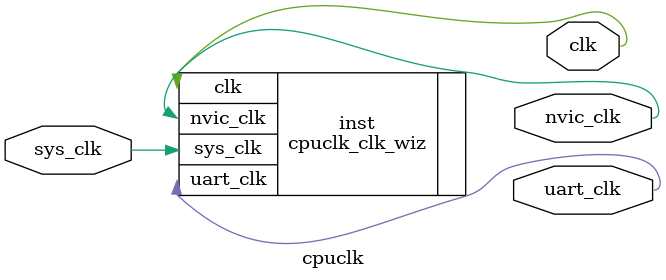
<source format=v>


`timescale 1ps/1ps

(* CORE_GENERATION_INFO = "cpuclk,clk_wiz_v5_4_3_0,{component_name=cpuclk,use_phase_alignment=true,use_min_o_jitter=false,use_max_i_jitter=false,use_dyn_phase_shift=false,use_inclk_switchover=false,use_dyn_reconfig=false,enable_axi=0,feedback_source=FDBK_AUTO,PRIMITIVE=PLL,num_out_clk=3,clkin1_period=10.000,clkin2_period=10.000,use_power_down=false,use_reset=false,use_locked=false,use_inclk_stopped=false,feedback_type=SINGLE,CLOCK_MGR_TYPE=NA,manual_override=false}" *)

module cpuclk 
 (
  // Clock out ports
  output        clk,
  output        uart_clk,
  output        nvic_clk,
 // Clock in ports
  input         sys_clk
 );

  cpuclk_clk_wiz inst
  (
  // Clock out ports  
  .clk(clk),
  .uart_clk(uart_clk),
  .nvic_clk(nvic_clk),
 // Clock in ports
  .sys_clk(sys_clk)
  );

endmodule

</source>
